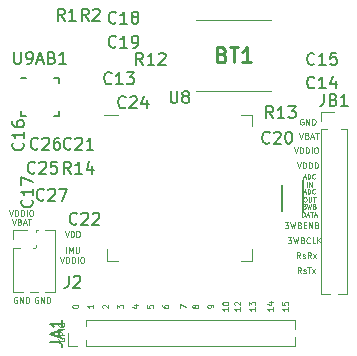
<source format=gto>
%TF.GenerationSoftware,KiCad,Pcbnew,(5.1.6)-1*%
%TF.CreationDate,2021-01-23T06:31:54-08:00*%
%TF.ProjectId,scum3c-devboard,7363756d-3363-42d6-9465-76626f617264,rev?*%
%TF.SameCoordinates,Original*%
%TF.FileFunction,Legend,Top*%
%TF.FilePolarity,Positive*%
%FSLAX46Y46*%
G04 Gerber Fmt 4.6, Leading zero omitted, Abs format (unit mm)*
G04 Created by KiCad (PCBNEW (5.1.6)-1) date 2021-01-23 06:31:54*
%MOMM*%
%LPD*%
G01*
G04 APERTURE LIST*
%ADD10C,0.100000*%
%ADD11C,0.080000*%
%ADD12C,0.150000*%
%ADD13C,0.120000*%
%ADD14C,0.200000*%
%ADD15C,0.254000*%
G04 APERTURE END LIST*
D10*
X90445047Y-102466000D02*
X90397428Y-102442190D01*
X90326000Y-102442190D01*
X90254571Y-102466000D01*
X90206952Y-102513619D01*
X90183142Y-102561238D01*
X90159333Y-102656476D01*
X90159333Y-102727904D01*
X90183142Y-102823142D01*
X90206952Y-102870761D01*
X90254571Y-102918380D01*
X90326000Y-102942190D01*
X90373619Y-102942190D01*
X90445047Y-102918380D01*
X90468857Y-102894571D01*
X90468857Y-102727904D01*
X90373619Y-102727904D01*
X90683142Y-102942190D02*
X90683142Y-102442190D01*
X90968857Y-102942190D01*
X90968857Y-102442190D01*
X91206952Y-102942190D02*
X91206952Y-102442190D01*
X91326000Y-102442190D01*
X91397428Y-102466000D01*
X91445047Y-102513619D01*
X91468857Y-102561238D01*
X91492666Y-102656476D01*
X91492666Y-102727904D01*
X91468857Y-102823142D01*
X91445047Y-102870761D01*
X91397428Y-102918380D01*
X91326000Y-102942190D01*
X91206952Y-102942190D01*
X88667047Y-102466000D02*
X88619428Y-102442190D01*
X88548000Y-102442190D01*
X88476571Y-102466000D01*
X88428952Y-102513619D01*
X88405142Y-102561238D01*
X88381333Y-102656476D01*
X88381333Y-102727904D01*
X88405142Y-102823142D01*
X88428952Y-102870761D01*
X88476571Y-102918380D01*
X88548000Y-102942190D01*
X88595619Y-102942190D01*
X88667047Y-102918380D01*
X88690857Y-102894571D01*
X88690857Y-102727904D01*
X88595619Y-102727904D01*
X88905142Y-102942190D02*
X88905142Y-102442190D01*
X89190857Y-102942190D01*
X89190857Y-102442190D01*
X89428952Y-102942190D02*
X89428952Y-102442190D01*
X89548000Y-102442190D01*
X89619428Y-102466000D01*
X89667047Y-102513619D01*
X89690857Y-102561238D01*
X89714666Y-102656476D01*
X89714666Y-102727904D01*
X89690857Y-102823142D01*
X89667047Y-102870761D01*
X89619428Y-102918380D01*
X89548000Y-102942190D01*
X89428952Y-102942190D01*
X88226571Y-95838190D02*
X88393238Y-96338190D01*
X88559904Y-95838190D01*
X88893238Y-96076285D02*
X88964666Y-96100095D01*
X88988476Y-96123904D01*
X89012285Y-96171523D01*
X89012285Y-96242952D01*
X88988476Y-96290571D01*
X88964666Y-96314380D01*
X88917047Y-96338190D01*
X88726571Y-96338190D01*
X88726571Y-95838190D01*
X88893238Y-95838190D01*
X88940857Y-95862000D01*
X88964666Y-95885809D01*
X88988476Y-95933428D01*
X88988476Y-95981047D01*
X88964666Y-96028666D01*
X88940857Y-96052476D01*
X88893238Y-96076285D01*
X88726571Y-96076285D01*
X89202761Y-96195333D02*
X89440857Y-96195333D01*
X89155142Y-96338190D02*
X89321809Y-95838190D01*
X89488476Y-96338190D01*
X89583714Y-95838190D02*
X89869428Y-95838190D01*
X89726571Y-96338190D02*
X89726571Y-95838190D01*
X88000380Y-95076190D02*
X88167047Y-95576190D01*
X88333714Y-95076190D01*
X88500380Y-95576190D02*
X88500380Y-95076190D01*
X88619428Y-95076190D01*
X88690857Y-95100000D01*
X88738476Y-95147619D01*
X88762285Y-95195238D01*
X88786095Y-95290476D01*
X88786095Y-95361904D01*
X88762285Y-95457142D01*
X88738476Y-95504761D01*
X88690857Y-95552380D01*
X88619428Y-95576190D01*
X88500380Y-95576190D01*
X89000380Y-95576190D02*
X89000380Y-95076190D01*
X89119428Y-95076190D01*
X89190857Y-95100000D01*
X89238476Y-95147619D01*
X89262285Y-95195238D01*
X89286095Y-95290476D01*
X89286095Y-95361904D01*
X89262285Y-95457142D01*
X89238476Y-95504761D01*
X89190857Y-95552380D01*
X89119428Y-95576190D01*
X89000380Y-95576190D01*
X89500380Y-95576190D02*
X89500380Y-95076190D01*
X89833714Y-95076190D02*
X89928952Y-95076190D01*
X89976571Y-95100000D01*
X90024190Y-95147619D01*
X90048000Y-95242857D01*
X90048000Y-95409523D01*
X90024190Y-95504761D01*
X89976571Y-95552380D01*
X89928952Y-95576190D01*
X89833714Y-95576190D01*
X89786095Y-95552380D01*
X89738476Y-95504761D01*
X89714666Y-95409523D01*
X89714666Y-95242857D01*
X89738476Y-95147619D01*
X89786095Y-95100000D01*
X89833714Y-95076190D01*
X92818380Y-98707190D02*
X92818380Y-98207190D01*
X93056476Y-98707190D02*
X93056476Y-98207190D01*
X93223142Y-98564333D01*
X93389809Y-98207190D01*
X93389809Y-98707190D01*
X93627904Y-98207190D02*
X93627904Y-98611952D01*
X93651714Y-98659571D01*
X93675523Y-98683380D01*
X93723142Y-98707190D01*
X93818380Y-98707190D01*
X93866000Y-98683380D01*
X93889809Y-98659571D01*
X93913619Y-98611952D01*
X93913619Y-98207190D01*
X92318380Y-99057190D02*
X92485047Y-99557190D01*
X92651714Y-99057190D01*
X92818380Y-99557190D02*
X92818380Y-99057190D01*
X92937428Y-99057190D01*
X93008857Y-99081000D01*
X93056476Y-99128619D01*
X93080285Y-99176238D01*
X93104095Y-99271476D01*
X93104095Y-99342904D01*
X93080285Y-99438142D01*
X93056476Y-99485761D01*
X93008857Y-99533380D01*
X92937428Y-99557190D01*
X92818380Y-99557190D01*
X93318380Y-99557190D02*
X93318380Y-99057190D01*
X93437428Y-99057190D01*
X93508857Y-99081000D01*
X93556476Y-99128619D01*
X93580285Y-99176238D01*
X93604095Y-99271476D01*
X93604095Y-99342904D01*
X93580285Y-99438142D01*
X93556476Y-99485761D01*
X93508857Y-99533380D01*
X93437428Y-99557190D01*
X93318380Y-99557190D01*
X93818380Y-99557190D02*
X93818380Y-99057190D01*
X94151714Y-99057190D02*
X94246952Y-99057190D01*
X94294571Y-99081000D01*
X94342190Y-99128619D01*
X94366000Y-99223857D01*
X94366000Y-99390523D01*
X94342190Y-99485761D01*
X94294571Y-99533380D01*
X94246952Y-99557190D01*
X94151714Y-99557190D01*
X94104095Y-99533380D01*
X94056476Y-99485761D01*
X94032666Y-99390523D01*
X94032666Y-99223857D01*
X94056476Y-99128619D01*
X94104095Y-99081000D01*
X94151714Y-99057190D01*
X92699333Y-96854190D02*
X92866000Y-97354190D01*
X93032666Y-96854190D01*
X93199333Y-97354190D02*
X93199333Y-96854190D01*
X93318380Y-96854190D01*
X93389809Y-96878000D01*
X93437428Y-96925619D01*
X93461238Y-96973238D01*
X93485047Y-97068476D01*
X93485047Y-97139904D01*
X93461238Y-97235142D01*
X93437428Y-97282761D01*
X93389809Y-97330380D01*
X93318380Y-97354190D01*
X93199333Y-97354190D01*
X93699333Y-97354190D02*
X93699333Y-96854190D01*
X93818380Y-96854190D01*
X93889809Y-96878000D01*
X93937428Y-96925619D01*
X93961238Y-96973238D01*
X93985047Y-97068476D01*
X93985047Y-97139904D01*
X93961238Y-97235142D01*
X93937428Y-97282761D01*
X93889809Y-97330380D01*
X93818380Y-97354190D01*
X93699333Y-97354190D01*
X111626190Y-103319238D02*
X111626190Y-103604952D01*
X111626190Y-103462095D02*
X111126190Y-103462095D01*
X111197619Y-103509714D01*
X111245238Y-103557333D01*
X111269047Y-103604952D01*
X111126190Y-102866857D02*
X111126190Y-103104952D01*
X111364285Y-103128761D01*
X111340476Y-103104952D01*
X111316666Y-103057333D01*
X111316666Y-102938285D01*
X111340476Y-102890666D01*
X111364285Y-102866857D01*
X111411904Y-102843047D01*
X111530952Y-102843047D01*
X111578571Y-102866857D01*
X111602380Y-102890666D01*
X111626190Y-102938285D01*
X111626190Y-103057333D01*
X111602380Y-103104952D01*
X111578571Y-103128761D01*
X110356190Y-103319238D02*
X110356190Y-103604952D01*
X110356190Y-103462095D02*
X109856190Y-103462095D01*
X109927619Y-103509714D01*
X109975238Y-103557333D01*
X109999047Y-103604952D01*
X110022857Y-102890666D02*
X110356190Y-102890666D01*
X109832380Y-103009714D02*
X110189523Y-103128761D01*
X110189523Y-102819238D01*
X108832190Y-103319238D02*
X108832190Y-103604952D01*
X108832190Y-103462095D02*
X108332190Y-103462095D01*
X108403619Y-103509714D01*
X108451238Y-103557333D01*
X108475047Y-103604952D01*
X108332190Y-103152571D02*
X108332190Y-102843047D01*
X108522666Y-103009714D01*
X108522666Y-102938285D01*
X108546476Y-102890666D01*
X108570285Y-102866857D01*
X108617904Y-102843047D01*
X108736952Y-102843047D01*
X108784571Y-102866857D01*
X108808380Y-102890666D01*
X108832190Y-102938285D01*
X108832190Y-103081142D01*
X108808380Y-103128761D01*
X108784571Y-103152571D01*
X107562190Y-103319238D02*
X107562190Y-103604952D01*
X107562190Y-103462095D02*
X107062190Y-103462095D01*
X107133619Y-103509714D01*
X107181238Y-103557333D01*
X107205047Y-103604952D01*
X107109809Y-103128761D02*
X107086000Y-103104952D01*
X107062190Y-103057333D01*
X107062190Y-102938285D01*
X107086000Y-102890666D01*
X107109809Y-102866857D01*
X107157428Y-102843047D01*
X107205047Y-102843047D01*
X107276476Y-102866857D01*
X107562190Y-103152571D01*
X107562190Y-102843047D01*
X112716523Y-100429190D02*
X112549857Y-100191095D01*
X112430809Y-100429190D02*
X112430809Y-99929190D01*
X112621285Y-99929190D01*
X112668904Y-99953000D01*
X112692714Y-99976809D01*
X112716523Y-100024428D01*
X112716523Y-100095857D01*
X112692714Y-100143476D01*
X112668904Y-100167285D01*
X112621285Y-100191095D01*
X112430809Y-100191095D01*
X112907000Y-100405380D02*
X112954619Y-100429190D01*
X113049857Y-100429190D01*
X113097476Y-100405380D01*
X113121285Y-100357761D01*
X113121285Y-100333952D01*
X113097476Y-100286333D01*
X113049857Y-100262523D01*
X112978428Y-100262523D01*
X112930809Y-100238714D01*
X112907000Y-100191095D01*
X112907000Y-100167285D01*
X112930809Y-100119666D01*
X112978428Y-100095857D01*
X113049857Y-100095857D01*
X113097476Y-100119666D01*
X113264142Y-99929190D02*
X113549857Y-99929190D01*
X113407000Y-100429190D02*
X113407000Y-99929190D01*
X113668904Y-100429190D02*
X113930809Y-100095857D01*
X113668904Y-100095857D02*
X113930809Y-100429190D01*
X112657000Y-99159190D02*
X112490333Y-98921095D01*
X112371285Y-99159190D02*
X112371285Y-98659190D01*
X112561761Y-98659190D01*
X112609380Y-98683000D01*
X112633190Y-98706809D01*
X112657000Y-98754428D01*
X112657000Y-98825857D01*
X112633190Y-98873476D01*
X112609380Y-98897285D01*
X112561761Y-98921095D01*
X112371285Y-98921095D01*
X112847476Y-99135380D02*
X112895095Y-99159190D01*
X112990333Y-99159190D01*
X113037952Y-99135380D01*
X113061761Y-99087761D01*
X113061761Y-99063952D01*
X113037952Y-99016333D01*
X112990333Y-98992523D01*
X112918904Y-98992523D01*
X112871285Y-98968714D01*
X112847476Y-98921095D01*
X112847476Y-98897285D01*
X112871285Y-98849666D01*
X112918904Y-98825857D01*
X112990333Y-98825857D01*
X113037952Y-98849666D01*
X113561761Y-99159190D02*
X113395095Y-98921095D01*
X113276047Y-99159190D02*
X113276047Y-98659190D01*
X113466523Y-98659190D01*
X113514142Y-98683000D01*
X113537952Y-98706809D01*
X113561761Y-98754428D01*
X113561761Y-98825857D01*
X113537952Y-98873476D01*
X113514142Y-98897285D01*
X113466523Y-98921095D01*
X113276047Y-98921095D01*
X113728428Y-99159190D02*
X113990333Y-98825857D01*
X113728428Y-98825857D02*
X113990333Y-99159190D01*
X111595238Y-97389190D02*
X111904761Y-97389190D01*
X111738095Y-97579666D01*
X111809523Y-97579666D01*
X111857142Y-97603476D01*
X111880952Y-97627285D01*
X111904761Y-97674904D01*
X111904761Y-97793952D01*
X111880952Y-97841571D01*
X111857142Y-97865380D01*
X111809523Y-97889190D01*
X111666666Y-97889190D01*
X111619047Y-97865380D01*
X111595238Y-97841571D01*
X112071428Y-97389190D02*
X112190476Y-97889190D01*
X112285714Y-97532047D01*
X112380952Y-97889190D01*
X112500000Y-97389190D01*
X112857142Y-97627285D02*
X112928571Y-97651095D01*
X112952380Y-97674904D01*
X112976190Y-97722523D01*
X112976190Y-97793952D01*
X112952380Y-97841571D01*
X112928571Y-97865380D01*
X112880952Y-97889190D01*
X112690476Y-97889190D01*
X112690476Y-97389190D01*
X112857142Y-97389190D01*
X112904761Y-97413000D01*
X112928571Y-97436809D01*
X112952380Y-97484428D01*
X112952380Y-97532047D01*
X112928571Y-97579666D01*
X112904761Y-97603476D01*
X112857142Y-97627285D01*
X112690476Y-97627285D01*
X113476190Y-97841571D02*
X113452380Y-97865380D01*
X113380952Y-97889190D01*
X113333333Y-97889190D01*
X113261904Y-97865380D01*
X113214285Y-97817761D01*
X113190476Y-97770142D01*
X113166666Y-97674904D01*
X113166666Y-97603476D01*
X113190476Y-97508238D01*
X113214285Y-97460619D01*
X113261904Y-97413000D01*
X113333333Y-97389190D01*
X113380952Y-97389190D01*
X113452380Y-97413000D01*
X113476190Y-97436809D01*
X113928571Y-97889190D02*
X113690476Y-97889190D01*
X113690476Y-97389190D01*
X114095238Y-97889190D02*
X114095238Y-97389190D01*
X114380952Y-97889190D02*
X114166666Y-97603476D01*
X114380952Y-97389190D02*
X114095238Y-97674904D01*
X111335523Y-96119190D02*
X111645047Y-96119190D01*
X111478380Y-96309666D01*
X111549809Y-96309666D01*
X111597428Y-96333476D01*
X111621238Y-96357285D01*
X111645047Y-96404904D01*
X111645047Y-96523952D01*
X111621238Y-96571571D01*
X111597428Y-96595380D01*
X111549809Y-96619190D01*
X111406952Y-96619190D01*
X111359333Y-96595380D01*
X111335523Y-96571571D01*
X111811714Y-96119190D02*
X111930761Y-96619190D01*
X112026000Y-96262047D01*
X112121238Y-96619190D01*
X112240285Y-96119190D01*
X112597428Y-96357285D02*
X112668857Y-96381095D01*
X112692666Y-96404904D01*
X112716476Y-96452523D01*
X112716476Y-96523952D01*
X112692666Y-96571571D01*
X112668857Y-96595380D01*
X112621238Y-96619190D01*
X112430761Y-96619190D01*
X112430761Y-96119190D01*
X112597428Y-96119190D01*
X112645047Y-96143000D01*
X112668857Y-96166809D01*
X112692666Y-96214428D01*
X112692666Y-96262047D01*
X112668857Y-96309666D01*
X112645047Y-96333476D01*
X112597428Y-96357285D01*
X112430761Y-96357285D01*
X112930761Y-96357285D02*
X113097428Y-96357285D01*
X113168857Y-96619190D02*
X112930761Y-96619190D01*
X112930761Y-96119190D01*
X113168857Y-96119190D01*
X113383142Y-96619190D02*
X113383142Y-96119190D01*
X113668857Y-96619190D01*
X113668857Y-96119190D01*
X114073619Y-96357285D02*
X114145047Y-96381095D01*
X114168857Y-96404904D01*
X114192666Y-96452523D01*
X114192666Y-96523952D01*
X114168857Y-96571571D01*
X114145047Y-96595380D01*
X114097428Y-96619190D01*
X113906952Y-96619190D01*
X113906952Y-96119190D01*
X114073619Y-96119190D01*
X114121238Y-96143000D01*
X114145047Y-96166809D01*
X114168857Y-96214428D01*
X114168857Y-96262047D01*
X114145047Y-96309666D01*
X114121238Y-96333476D01*
X114073619Y-96357285D01*
X113906952Y-96357285D01*
D11*
X112849095Y-94563952D02*
X113096714Y-94563952D01*
X112963380Y-94716333D01*
X113020523Y-94716333D01*
X113058619Y-94735380D01*
X113077666Y-94754428D01*
X113096714Y-94792523D01*
X113096714Y-94887761D01*
X113077666Y-94925857D01*
X113058619Y-94944904D01*
X113020523Y-94963952D01*
X112906238Y-94963952D01*
X112868142Y-94944904D01*
X112849095Y-94925857D01*
X113230047Y-94563952D02*
X113325285Y-94963952D01*
X113401476Y-94678238D01*
X113477666Y-94963952D01*
X113572904Y-94563952D01*
X113858619Y-94754428D02*
X113915761Y-94773476D01*
X113934809Y-94792523D01*
X113953857Y-94830619D01*
X113953857Y-94887761D01*
X113934809Y-94925857D01*
X113915761Y-94944904D01*
X113877666Y-94963952D01*
X113725285Y-94963952D01*
X113725285Y-94563952D01*
X113858619Y-94563952D01*
X113896714Y-94583000D01*
X113915761Y-94602047D01*
X113934809Y-94640142D01*
X113934809Y-94678238D01*
X113915761Y-94716333D01*
X113896714Y-94735380D01*
X113858619Y-94754428D01*
X113725285Y-94754428D01*
X112811000Y-95643952D02*
X112811000Y-95243952D01*
X112906238Y-95243952D01*
X112963380Y-95263000D01*
X113001476Y-95301095D01*
X113020523Y-95339190D01*
X113039571Y-95415380D01*
X113039571Y-95472523D01*
X113020523Y-95548714D01*
X113001476Y-95586809D01*
X112963380Y-95624904D01*
X112906238Y-95643952D01*
X112811000Y-95643952D01*
X113191952Y-95529666D02*
X113382428Y-95529666D01*
X113153857Y-95643952D02*
X113287190Y-95243952D01*
X113420523Y-95643952D01*
X113496714Y-95243952D02*
X113725285Y-95243952D01*
X113611000Y-95643952D02*
X113611000Y-95243952D01*
X113839571Y-95529666D02*
X114030047Y-95529666D01*
X113801476Y-95643952D02*
X113934809Y-95243952D01*
X114068142Y-95643952D01*
X112915761Y-93579666D02*
X113106238Y-93579666D01*
X112877666Y-93693952D02*
X113011000Y-93293952D01*
X113144333Y-93693952D01*
X113277666Y-93693952D02*
X113277666Y-93293952D01*
X113372904Y-93293952D01*
X113430047Y-93313000D01*
X113468142Y-93351095D01*
X113487190Y-93389190D01*
X113506238Y-93465380D01*
X113506238Y-93522523D01*
X113487190Y-93598714D01*
X113468142Y-93636809D01*
X113430047Y-93674904D01*
X113372904Y-93693952D01*
X113277666Y-93693952D01*
X113906238Y-93655857D02*
X113887190Y-93674904D01*
X113830047Y-93693952D01*
X113791952Y-93693952D01*
X113734809Y-93674904D01*
X113696714Y-93636809D01*
X113677666Y-93598714D01*
X113658619Y-93522523D01*
X113658619Y-93465380D01*
X113677666Y-93389190D01*
X113696714Y-93351095D01*
X113734809Y-93313000D01*
X113791952Y-93293952D01*
X113830047Y-93293952D01*
X113887190Y-93313000D01*
X113906238Y-93332047D01*
X113011000Y-93973952D02*
X113087190Y-93973952D01*
X113125285Y-93993000D01*
X113163380Y-94031095D01*
X113182428Y-94107285D01*
X113182428Y-94240619D01*
X113163380Y-94316809D01*
X113125285Y-94354904D01*
X113087190Y-94373952D01*
X113011000Y-94373952D01*
X112972904Y-94354904D01*
X112934809Y-94316809D01*
X112915761Y-94240619D01*
X112915761Y-94107285D01*
X112934809Y-94031095D01*
X112972904Y-93993000D01*
X113011000Y-93973952D01*
X113353857Y-93973952D02*
X113353857Y-94297761D01*
X113372904Y-94335857D01*
X113391952Y-94354904D01*
X113430047Y-94373952D01*
X113506238Y-94373952D01*
X113544333Y-94354904D01*
X113563380Y-94335857D01*
X113582428Y-94297761D01*
X113582428Y-93973952D01*
X113715761Y-93973952D02*
X113944333Y-93973952D01*
X113830047Y-94373952D02*
X113830047Y-93973952D01*
X112915761Y-92309666D02*
X113106238Y-92309666D01*
X112877666Y-92423952D02*
X113011000Y-92023952D01*
X113144333Y-92423952D01*
X113277666Y-92423952D02*
X113277666Y-92023952D01*
X113372904Y-92023952D01*
X113430047Y-92043000D01*
X113468142Y-92081095D01*
X113487190Y-92119190D01*
X113506238Y-92195380D01*
X113506238Y-92252523D01*
X113487190Y-92328714D01*
X113468142Y-92366809D01*
X113430047Y-92404904D01*
X113372904Y-92423952D01*
X113277666Y-92423952D01*
X113906238Y-92385857D02*
X113887190Y-92404904D01*
X113830047Y-92423952D01*
X113791952Y-92423952D01*
X113734809Y-92404904D01*
X113696714Y-92366809D01*
X113677666Y-92328714D01*
X113658619Y-92252523D01*
X113658619Y-92195380D01*
X113677666Y-92119190D01*
X113696714Y-92081095D01*
X113734809Y-92043000D01*
X113791952Y-92023952D01*
X113830047Y-92023952D01*
X113887190Y-92043000D01*
X113906238Y-92062047D01*
X113201476Y-93103952D02*
X113201476Y-92703952D01*
X113391952Y-93103952D02*
X113391952Y-92703952D01*
X113620523Y-93103952D01*
X113620523Y-92703952D01*
D10*
X112367333Y-91039190D02*
X112534000Y-91539190D01*
X112700666Y-91039190D01*
X112867333Y-91539190D02*
X112867333Y-91039190D01*
X112986380Y-91039190D01*
X113057809Y-91063000D01*
X113105428Y-91110619D01*
X113129238Y-91158238D01*
X113153047Y-91253476D01*
X113153047Y-91324904D01*
X113129238Y-91420142D01*
X113105428Y-91467761D01*
X113057809Y-91515380D01*
X112986380Y-91539190D01*
X112867333Y-91539190D01*
X113367333Y-91539190D02*
X113367333Y-91039190D01*
X113486380Y-91039190D01*
X113557809Y-91063000D01*
X113605428Y-91110619D01*
X113629238Y-91158238D01*
X113653047Y-91253476D01*
X113653047Y-91324904D01*
X113629238Y-91420142D01*
X113605428Y-91467761D01*
X113557809Y-91515380D01*
X113486380Y-91539190D01*
X113367333Y-91539190D01*
X113867333Y-91539190D02*
X113867333Y-91039190D01*
X113986380Y-91039190D01*
X114057809Y-91063000D01*
X114105428Y-91110619D01*
X114129238Y-91158238D01*
X114153047Y-91253476D01*
X114153047Y-91324904D01*
X114129238Y-91420142D01*
X114105428Y-91467761D01*
X114057809Y-91515380D01*
X113986380Y-91539190D01*
X113867333Y-91539190D01*
X112109380Y-89769190D02*
X112276047Y-90269190D01*
X112442714Y-89769190D01*
X112609380Y-90269190D02*
X112609380Y-89769190D01*
X112728428Y-89769190D01*
X112799857Y-89793000D01*
X112847476Y-89840619D01*
X112871285Y-89888238D01*
X112895095Y-89983476D01*
X112895095Y-90054904D01*
X112871285Y-90150142D01*
X112847476Y-90197761D01*
X112799857Y-90245380D01*
X112728428Y-90269190D01*
X112609380Y-90269190D01*
X113109380Y-90269190D02*
X113109380Y-89769190D01*
X113228428Y-89769190D01*
X113299857Y-89793000D01*
X113347476Y-89840619D01*
X113371285Y-89888238D01*
X113395095Y-89983476D01*
X113395095Y-90054904D01*
X113371285Y-90150142D01*
X113347476Y-90197761D01*
X113299857Y-90245380D01*
X113228428Y-90269190D01*
X113109380Y-90269190D01*
X113609380Y-90269190D02*
X113609380Y-89769190D01*
X113942714Y-89769190D02*
X114037952Y-89769190D01*
X114085571Y-89793000D01*
X114133190Y-89840619D01*
X114157000Y-89935857D01*
X114157000Y-90102523D01*
X114133190Y-90197761D01*
X114085571Y-90245380D01*
X114037952Y-90269190D01*
X113942714Y-90269190D01*
X113895095Y-90245380D01*
X113847476Y-90197761D01*
X113823666Y-90102523D01*
X113823666Y-89935857D01*
X113847476Y-89840619D01*
X113895095Y-89793000D01*
X113942714Y-89769190D01*
X112578571Y-88526190D02*
X112745238Y-89026190D01*
X112911904Y-88526190D01*
X113245238Y-88764285D02*
X113316666Y-88788095D01*
X113340476Y-88811904D01*
X113364285Y-88859523D01*
X113364285Y-88930952D01*
X113340476Y-88978571D01*
X113316666Y-89002380D01*
X113269047Y-89026190D01*
X113078571Y-89026190D01*
X113078571Y-88526190D01*
X113245238Y-88526190D01*
X113292857Y-88550000D01*
X113316666Y-88573809D01*
X113340476Y-88621428D01*
X113340476Y-88669047D01*
X113316666Y-88716666D01*
X113292857Y-88740476D01*
X113245238Y-88764285D01*
X113078571Y-88764285D01*
X113554761Y-88883333D02*
X113792857Y-88883333D01*
X113507142Y-89026190D02*
X113673809Y-88526190D01*
X113840476Y-89026190D01*
X113935714Y-88526190D02*
X114221428Y-88526190D01*
X114078571Y-89026190D02*
X114078571Y-88526190D01*
X112903047Y-87380000D02*
X112855428Y-87356190D01*
X112784000Y-87356190D01*
X112712571Y-87380000D01*
X112664952Y-87427619D01*
X112641142Y-87475238D01*
X112617333Y-87570476D01*
X112617333Y-87641904D01*
X112641142Y-87737142D01*
X112664952Y-87784761D01*
X112712571Y-87832380D01*
X112784000Y-87856190D01*
X112831619Y-87856190D01*
X112903047Y-87832380D01*
X112926857Y-87808571D01*
X112926857Y-87641904D01*
X112831619Y-87641904D01*
X113141142Y-87856190D02*
X113141142Y-87356190D01*
X113426857Y-87856190D01*
X113426857Y-87356190D01*
X113664952Y-87856190D02*
X113664952Y-87356190D01*
X113784000Y-87356190D01*
X113855428Y-87380000D01*
X113903047Y-87427619D01*
X113926857Y-87475238D01*
X113950666Y-87570476D01*
X113950666Y-87641904D01*
X113926857Y-87737142D01*
X113903047Y-87784761D01*
X113855428Y-87832380D01*
X113784000Y-87856190D01*
X113664952Y-87856190D01*
X106546190Y-103319238D02*
X106546190Y-103604952D01*
X106546190Y-103462095D02*
X106046190Y-103462095D01*
X106117619Y-103509714D01*
X106165238Y-103557333D01*
X106189047Y-103604952D01*
X106046190Y-103009714D02*
X106046190Y-102962095D01*
X106070000Y-102914476D01*
X106093809Y-102890666D01*
X106141428Y-102866857D01*
X106236666Y-102843047D01*
X106355714Y-102843047D01*
X106450952Y-102866857D01*
X106498571Y-102890666D01*
X106522380Y-102914476D01*
X106546190Y-102962095D01*
X106546190Y-103009714D01*
X106522380Y-103057333D01*
X106498571Y-103081142D01*
X106450952Y-103104952D01*
X106355714Y-103128761D01*
X106236666Y-103128761D01*
X106141428Y-103104952D01*
X106093809Y-103081142D01*
X106070000Y-103057333D01*
X106046190Y-103009714D01*
X105276190Y-103319238D02*
X105276190Y-103224000D01*
X105252380Y-103176380D01*
X105228571Y-103152571D01*
X105157142Y-103104952D01*
X105061904Y-103081142D01*
X104871428Y-103081142D01*
X104823809Y-103104952D01*
X104800000Y-103128761D01*
X104776190Y-103176380D01*
X104776190Y-103271619D01*
X104800000Y-103319238D01*
X104823809Y-103343047D01*
X104871428Y-103366857D01*
X104990476Y-103366857D01*
X105038095Y-103343047D01*
X105061904Y-103319238D01*
X105085714Y-103271619D01*
X105085714Y-103176380D01*
X105061904Y-103128761D01*
X105038095Y-103104952D01*
X104990476Y-103081142D01*
X103720476Y-103271619D02*
X103696666Y-103319238D01*
X103672857Y-103343047D01*
X103625238Y-103366857D01*
X103601428Y-103366857D01*
X103553809Y-103343047D01*
X103530000Y-103319238D01*
X103506190Y-103271619D01*
X103506190Y-103176380D01*
X103530000Y-103128761D01*
X103553809Y-103104952D01*
X103601428Y-103081142D01*
X103625238Y-103081142D01*
X103672857Y-103104952D01*
X103696666Y-103128761D01*
X103720476Y-103176380D01*
X103720476Y-103271619D01*
X103744285Y-103319238D01*
X103768095Y-103343047D01*
X103815714Y-103366857D01*
X103910952Y-103366857D01*
X103958571Y-103343047D01*
X103982380Y-103319238D01*
X104006190Y-103271619D01*
X104006190Y-103176380D01*
X103982380Y-103128761D01*
X103958571Y-103104952D01*
X103910952Y-103081142D01*
X103815714Y-103081142D01*
X103768095Y-103104952D01*
X103744285Y-103128761D01*
X103720476Y-103176380D01*
X102490190Y-103390666D02*
X102490190Y-103057333D01*
X102990190Y-103271619D01*
X100966190Y-103128761D02*
X100966190Y-103224000D01*
X100990000Y-103271619D01*
X101013809Y-103295428D01*
X101085238Y-103343047D01*
X101180476Y-103366857D01*
X101370952Y-103366857D01*
X101418571Y-103343047D01*
X101442380Y-103319238D01*
X101466190Y-103271619D01*
X101466190Y-103176380D01*
X101442380Y-103128761D01*
X101418571Y-103104952D01*
X101370952Y-103081142D01*
X101251904Y-103081142D01*
X101204285Y-103104952D01*
X101180476Y-103128761D01*
X101156666Y-103176380D01*
X101156666Y-103271619D01*
X101180476Y-103319238D01*
X101204285Y-103343047D01*
X101251904Y-103366857D01*
X99696190Y-103104952D02*
X99696190Y-103343047D01*
X99934285Y-103366857D01*
X99910476Y-103343047D01*
X99886666Y-103295428D01*
X99886666Y-103176380D01*
X99910476Y-103128761D01*
X99934285Y-103104952D01*
X99981904Y-103081142D01*
X100100952Y-103081142D01*
X100148571Y-103104952D01*
X100172380Y-103128761D01*
X100196190Y-103176380D01*
X100196190Y-103295428D01*
X100172380Y-103343047D01*
X100148571Y-103366857D01*
X98592857Y-103128761D02*
X98926190Y-103128761D01*
X98402380Y-103247809D02*
X98759523Y-103366857D01*
X98759523Y-103057333D01*
X97156190Y-103390666D02*
X97156190Y-103081142D01*
X97346666Y-103247809D01*
X97346666Y-103176380D01*
X97370476Y-103128761D01*
X97394285Y-103104952D01*
X97441904Y-103081142D01*
X97560952Y-103081142D01*
X97608571Y-103104952D01*
X97632380Y-103128761D01*
X97656190Y-103176380D01*
X97656190Y-103319238D01*
X97632380Y-103366857D01*
X97608571Y-103390666D01*
X95933809Y-103366857D02*
X95910000Y-103343047D01*
X95886190Y-103295428D01*
X95886190Y-103176380D01*
X95910000Y-103128761D01*
X95933809Y-103104952D01*
X95981428Y-103081142D01*
X96029047Y-103081142D01*
X96100476Y-103104952D01*
X96386190Y-103390666D01*
X96386190Y-103081142D01*
X95116190Y-103081142D02*
X95116190Y-103366857D01*
X95116190Y-103224000D02*
X94616190Y-103224000D01*
X94687619Y-103271619D01*
X94735238Y-103319238D01*
X94759047Y-103366857D01*
X93346190Y-103247809D02*
X93346190Y-103200190D01*
X93370000Y-103152571D01*
X93393809Y-103128761D01*
X93441428Y-103104952D01*
X93536666Y-103081142D01*
X93655714Y-103081142D01*
X93750952Y-103104952D01*
X93798571Y-103128761D01*
X93822380Y-103152571D01*
X93846190Y-103200190D01*
X93846190Y-103247809D01*
X93822380Y-103295428D01*
X93798571Y-103319238D01*
X93750952Y-103343047D01*
X93655714Y-103366857D01*
X93536666Y-103366857D01*
X93441428Y-103343047D01*
X93393809Y-103319238D01*
X93370000Y-103295428D01*
X93346190Y-103247809D01*
X92206000Y-105910000D02*
X92182190Y-105957619D01*
X92182190Y-106029047D01*
X92206000Y-106100476D01*
X92253619Y-106148095D01*
X92301238Y-106171904D01*
X92396476Y-106195714D01*
X92467904Y-106195714D01*
X92563142Y-106171904D01*
X92610761Y-106148095D01*
X92658380Y-106100476D01*
X92682190Y-106029047D01*
X92682190Y-105981428D01*
X92658380Y-105910000D01*
X92634571Y-105886190D01*
X92467904Y-105886190D01*
X92467904Y-105981428D01*
X92682190Y-105671904D02*
X92182190Y-105671904D01*
X92182190Y-105481428D01*
X92206000Y-105433809D01*
X92229809Y-105410000D01*
X92277428Y-105386190D01*
X92348857Y-105386190D01*
X92396476Y-105410000D01*
X92420285Y-105433809D01*
X92444095Y-105481428D01*
X92444095Y-105671904D01*
X92682190Y-105171904D02*
X92182190Y-105171904D01*
X92182190Y-104838571D02*
X92182190Y-104743333D01*
X92206000Y-104695714D01*
X92253619Y-104648095D01*
X92348857Y-104624285D01*
X92515523Y-104624285D01*
X92610761Y-104648095D01*
X92658380Y-104695714D01*
X92682190Y-104743333D01*
X92682190Y-104838571D01*
X92658380Y-104886190D01*
X92610761Y-104933809D01*
X92515523Y-104957619D01*
X92348857Y-104957619D01*
X92253619Y-104933809D01*
X92206000Y-104886190D01*
X92182190Y-104838571D01*
D12*
%TO.C,U9AB1*%
X89000000Y-83900000D02*
X89400000Y-83900000D01*
X92200000Y-83900000D02*
X91800000Y-83900000D01*
X92200000Y-83900000D02*
X92200000Y-84300000D01*
X92200000Y-87100000D02*
X91800000Y-87100000D01*
X92200000Y-87100000D02*
X92200000Y-86700000D01*
X89000000Y-87100000D02*
X89400000Y-87100000D01*
X89000000Y-87100000D02*
X89000000Y-86700000D01*
D13*
%TO.C,J2*%
X88370000Y-96740000D02*
X89500000Y-96740000D01*
X88370000Y-97500000D02*
X88370000Y-96740000D01*
X91077530Y-96805000D02*
X91900000Y-96805000D01*
X90260000Y-96805000D02*
X90462470Y-96805000D01*
X90260000Y-96936529D02*
X90260000Y-96805000D01*
X90260000Y-98206529D02*
X90260000Y-98063471D01*
X90063471Y-98260000D02*
X90206529Y-98260000D01*
X88370000Y-98260000D02*
X88936529Y-98260000D01*
X91900000Y-96805000D02*
X91900000Y-102005000D01*
X88370000Y-98260000D02*
X88370000Y-102005000D01*
X89807530Y-102005000D02*
X90462470Y-102005000D01*
X91077530Y-102005000D02*
X91900000Y-102005000D01*
X88370000Y-102005000D02*
X89192470Y-102005000D01*
%TO.C,JA1*%
X92970000Y-106610000D02*
X92970000Y-105500000D01*
X93730000Y-106610000D02*
X92970000Y-106610000D01*
X94490000Y-104936529D02*
X94490000Y-104390000D01*
X94490000Y-106610000D02*
X94490000Y-106063471D01*
X94490000Y-104390000D02*
X112205000Y-104390000D01*
X94490000Y-106610000D02*
X112205000Y-106610000D01*
X112205000Y-105192470D02*
X112205000Y-104390000D01*
X112205000Y-106610000D02*
X112205000Y-105807530D01*
%TO.C,JB1*%
X114390000Y-102165000D02*
X115192470Y-102165000D01*
X115807530Y-102165000D02*
X116610000Y-102165000D01*
X114390000Y-88260000D02*
X114390000Y-102165000D01*
X116610000Y-88260000D02*
X116610000Y-102165000D01*
X114390000Y-88260000D02*
X114936529Y-88260000D01*
X116063471Y-88260000D02*
X116610000Y-88260000D01*
X114390000Y-87500000D02*
X114390000Y-86740000D01*
X114390000Y-86740000D02*
X115500000Y-86740000D01*
%TO.C,U8*%
X97231250Y-87056250D02*
X96031250Y-87056250D01*
X96281250Y-99356250D02*
X96281250Y-98406250D01*
X97231250Y-99356250D02*
X96281250Y-99356250D01*
X108581250Y-99356250D02*
X108581250Y-98406250D01*
X107631250Y-99356250D02*
X108581250Y-99356250D01*
X108581250Y-87056250D02*
X108581250Y-88006250D01*
X107631250Y-87056250D02*
X108581250Y-87056250D01*
D14*
%TO.C,LED1*%
X112900000Y-95150000D02*
X112900000Y-92550000D01*
X111100000Y-92950000D02*
X111100000Y-95150000D01*
D10*
%TO.C,BT1*%
X110180000Y-79020000D02*
X103820000Y-79020000D01*
X103820000Y-84980000D02*
X110180000Y-84980000D01*
%TO.C,C25*%
D12*
X90183142Y-91897142D02*
X90135523Y-91944761D01*
X89992666Y-91992380D01*
X89897428Y-91992380D01*
X89754571Y-91944761D01*
X89659333Y-91849523D01*
X89611714Y-91754285D01*
X89564095Y-91563809D01*
X89564095Y-91420952D01*
X89611714Y-91230476D01*
X89659333Y-91135238D01*
X89754571Y-91040000D01*
X89897428Y-90992380D01*
X89992666Y-90992380D01*
X90135523Y-91040000D01*
X90183142Y-91087619D01*
X90564095Y-91087619D02*
X90611714Y-91040000D01*
X90706952Y-90992380D01*
X90945047Y-90992380D01*
X91040285Y-91040000D01*
X91087904Y-91087619D01*
X91135523Y-91182857D01*
X91135523Y-91278095D01*
X91087904Y-91420952D01*
X90516476Y-91992380D01*
X91135523Y-91992380D01*
X92040285Y-90992380D02*
X91564095Y-90992380D01*
X91516476Y-91468571D01*
X91564095Y-91420952D01*
X91659333Y-91373333D01*
X91897428Y-91373333D01*
X91992666Y-91420952D01*
X92040285Y-91468571D01*
X92087904Y-91563809D01*
X92087904Y-91801904D01*
X92040285Y-91897142D01*
X91992666Y-91944761D01*
X91897428Y-91992380D01*
X91659333Y-91992380D01*
X91564095Y-91944761D01*
X91516476Y-91897142D01*
%TO.C,C26*%
X90437142Y-89865142D02*
X90389523Y-89912761D01*
X90246666Y-89960380D01*
X90151428Y-89960380D01*
X90008571Y-89912761D01*
X89913333Y-89817523D01*
X89865714Y-89722285D01*
X89818095Y-89531809D01*
X89818095Y-89388952D01*
X89865714Y-89198476D01*
X89913333Y-89103238D01*
X90008571Y-89008000D01*
X90151428Y-88960380D01*
X90246666Y-88960380D01*
X90389523Y-89008000D01*
X90437142Y-89055619D01*
X90818095Y-89055619D02*
X90865714Y-89008000D01*
X90960952Y-88960380D01*
X91199047Y-88960380D01*
X91294285Y-89008000D01*
X91341904Y-89055619D01*
X91389523Y-89150857D01*
X91389523Y-89246095D01*
X91341904Y-89388952D01*
X90770476Y-89960380D01*
X91389523Y-89960380D01*
X92246666Y-88960380D02*
X92056190Y-88960380D01*
X91960952Y-89008000D01*
X91913333Y-89055619D01*
X91818095Y-89198476D01*
X91770476Y-89388952D01*
X91770476Y-89769904D01*
X91818095Y-89865142D01*
X91865714Y-89912761D01*
X91960952Y-89960380D01*
X92151428Y-89960380D01*
X92246666Y-89912761D01*
X92294285Y-89865142D01*
X92341904Y-89769904D01*
X92341904Y-89531809D01*
X92294285Y-89436571D01*
X92246666Y-89388952D01*
X92151428Y-89341333D01*
X91960952Y-89341333D01*
X91865714Y-89388952D01*
X91818095Y-89436571D01*
X91770476Y-89531809D01*
%TO.C,U9AB1*%
X88433333Y-81702380D02*
X88433333Y-82511904D01*
X88480952Y-82607142D01*
X88528571Y-82654761D01*
X88623809Y-82702380D01*
X88814285Y-82702380D01*
X88909523Y-82654761D01*
X88957142Y-82607142D01*
X89004761Y-82511904D01*
X89004761Y-81702380D01*
X89528571Y-82702380D02*
X89719047Y-82702380D01*
X89814285Y-82654761D01*
X89861904Y-82607142D01*
X89957142Y-82464285D01*
X90004761Y-82273809D01*
X90004761Y-81892857D01*
X89957142Y-81797619D01*
X89909523Y-81750000D01*
X89814285Y-81702380D01*
X89623809Y-81702380D01*
X89528571Y-81750000D01*
X89480952Y-81797619D01*
X89433333Y-81892857D01*
X89433333Y-82130952D01*
X89480952Y-82226190D01*
X89528571Y-82273809D01*
X89623809Y-82321428D01*
X89814285Y-82321428D01*
X89909523Y-82273809D01*
X89957142Y-82226190D01*
X90004761Y-82130952D01*
X90385714Y-82416666D02*
X90861904Y-82416666D01*
X90290476Y-82702380D02*
X90623809Y-81702380D01*
X90957142Y-82702380D01*
X91623809Y-82178571D02*
X91766666Y-82226190D01*
X91814285Y-82273809D01*
X91861904Y-82369047D01*
X91861904Y-82511904D01*
X91814285Y-82607142D01*
X91766666Y-82654761D01*
X91671428Y-82702380D01*
X91290476Y-82702380D01*
X91290476Y-81702380D01*
X91623809Y-81702380D01*
X91719047Y-81750000D01*
X91766666Y-81797619D01*
X91814285Y-81892857D01*
X91814285Y-81988095D01*
X91766666Y-82083333D01*
X91719047Y-82130952D01*
X91623809Y-82178571D01*
X91290476Y-82178571D01*
X92814285Y-82702380D02*
X92242857Y-82702380D01*
X92528571Y-82702380D02*
X92528571Y-81702380D01*
X92433333Y-81845238D01*
X92338095Y-81940476D01*
X92242857Y-81988095D01*
%TO.C,J2*%
X93032666Y-100644380D02*
X93032666Y-101358666D01*
X92985047Y-101501523D01*
X92889809Y-101596761D01*
X92746952Y-101644380D01*
X92651714Y-101644380D01*
X93461238Y-100739619D02*
X93508857Y-100692000D01*
X93604095Y-100644380D01*
X93842190Y-100644380D01*
X93937428Y-100692000D01*
X93985047Y-100739619D01*
X94032666Y-100834857D01*
X94032666Y-100930095D01*
X93985047Y-101072952D01*
X93413619Y-101644380D01*
X94032666Y-101644380D01*
%TO.C,JA1*%
X91487380Y-106261904D02*
X92201666Y-106261904D01*
X92344523Y-106309523D01*
X92439761Y-106404761D01*
X92487380Y-106547619D01*
X92487380Y-106642857D01*
X92201666Y-105833333D02*
X92201666Y-105357142D01*
X92487380Y-105928571D02*
X91487380Y-105595238D01*
X92487380Y-105261904D01*
X92487380Y-104404761D02*
X92487380Y-104976190D01*
X92487380Y-104690476D02*
X91487380Y-104690476D01*
X91630238Y-104785714D01*
X91725476Y-104880952D01*
X91773095Y-104976190D01*
%TO.C,C27*%
X90945142Y-94183142D02*
X90897523Y-94230761D01*
X90754666Y-94278380D01*
X90659428Y-94278380D01*
X90516571Y-94230761D01*
X90421333Y-94135523D01*
X90373714Y-94040285D01*
X90326095Y-93849809D01*
X90326095Y-93706952D01*
X90373714Y-93516476D01*
X90421333Y-93421238D01*
X90516571Y-93326000D01*
X90659428Y-93278380D01*
X90754666Y-93278380D01*
X90897523Y-93326000D01*
X90945142Y-93373619D01*
X91326095Y-93373619D02*
X91373714Y-93326000D01*
X91468952Y-93278380D01*
X91707047Y-93278380D01*
X91802285Y-93326000D01*
X91849904Y-93373619D01*
X91897523Y-93468857D01*
X91897523Y-93564095D01*
X91849904Y-93706952D01*
X91278476Y-94278380D01*
X91897523Y-94278380D01*
X92230857Y-93278380D02*
X92897523Y-93278380D01*
X92468952Y-94278380D01*
%TO.C,R2*%
X94723333Y-79038380D02*
X94390000Y-78562190D01*
X94151904Y-79038380D02*
X94151904Y-78038380D01*
X94532857Y-78038380D01*
X94628095Y-78086000D01*
X94675714Y-78133619D01*
X94723333Y-78228857D01*
X94723333Y-78371714D01*
X94675714Y-78466952D01*
X94628095Y-78514571D01*
X94532857Y-78562190D01*
X94151904Y-78562190D01*
X95104285Y-78133619D02*
X95151904Y-78086000D01*
X95247142Y-78038380D01*
X95485238Y-78038380D01*
X95580476Y-78086000D01*
X95628095Y-78133619D01*
X95675714Y-78228857D01*
X95675714Y-78324095D01*
X95628095Y-78466952D01*
X95056666Y-79038380D01*
X95675714Y-79038380D01*
%TO.C,R1*%
X92691333Y-79038380D02*
X92358000Y-78562190D01*
X92119904Y-79038380D02*
X92119904Y-78038380D01*
X92500857Y-78038380D01*
X92596095Y-78086000D01*
X92643714Y-78133619D01*
X92691333Y-78228857D01*
X92691333Y-78371714D01*
X92643714Y-78466952D01*
X92596095Y-78514571D01*
X92500857Y-78562190D01*
X92119904Y-78562190D01*
X93643714Y-79038380D02*
X93072285Y-79038380D01*
X93358000Y-79038380D02*
X93358000Y-78038380D01*
X93262761Y-78181238D01*
X93167523Y-78276476D01*
X93072285Y-78324095D01*
%TO.C,JB1*%
X114666666Y-85257380D02*
X114666666Y-85971666D01*
X114619047Y-86114523D01*
X114523809Y-86209761D01*
X114380952Y-86257380D01*
X114285714Y-86257380D01*
X115476190Y-85733571D02*
X115619047Y-85781190D01*
X115666666Y-85828809D01*
X115714285Y-85924047D01*
X115714285Y-86066904D01*
X115666666Y-86162142D01*
X115619047Y-86209761D01*
X115523809Y-86257380D01*
X115142857Y-86257380D01*
X115142857Y-85257380D01*
X115476190Y-85257380D01*
X115571428Y-85305000D01*
X115619047Y-85352619D01*
X115666666Y-85447857D01*
X115666666Y-85543095D01*
X115619047Y-85638333D01*
X115571428Y-85685952D01*
X115476190Y-85733571D01*
X115142857Y-85733571D01*
X116666666Y-86257380D02*
X116095238Y-86257380D01*
X116380952Y-86257380D02*
X116380952Y-85257380D01*
X116285714Y-85400238D01*
X116190476Y-85495476D01*
X116095238Y-85543095D01*
%TO.C,R13*%
X110357142Y-87282380D02*
X110023809Y-86806190D01*
X109785714Y-87282380D02*
X109785714Y-86282380D01*
X110166666Y-86282380D01*
X110261904Y-86330000D01*
X110309523Y-86377619D01*
X110357142Y-86472857D01*
X110357142Y-86615714D01*
X110309523Y-86710952D01*
X110261904Y-86758571D01*
X110166666Y-86806190D01*
X109785714Y-86806190D01*
X111309523Y-87282380D02*
X110738095Y-87282380D01*
X111023809Y-87282380D02*
X111023809Y-86282380D01*
X110928571Y-86425238D01*
X110833333Y-86520476D01*
X110738095Y-86568095D01*
X111642857Y-86282380D02*
X112261904Y-86282380D01*
X111928571Y-86663333D01*
X112071428Y-86663333D01*
X112166666Y-86710952D01*
X112214285Y-86758571D01*
X112261904Y-86853809D01*
X112261904Y-87091904D01*
X112214285Y-87187142D01*
X112166666Y-87234761D01*
X112071428Y-87282380D01*
X111785714Y-87282380D01*
X111690476Y-87234761D01*
X111642857Y-87187142D01*
%TO.C,C24*%
X97857142Y-86357142D02*
X97809523Y-86404761D01*
X97666666Y-86452380D01*
X97571428Y-86452380D01*
X97428571Y-86404761D01*
X97333333Y-86309523D01*
X97285714Y-86214285D01*
X97238095Y-86023809D01*
X97238095Y-85880952D01*
X97285714Y-85690476D01*
X97333333Y-85595238D01*
X97428571Y-85500000D01*
X97571428Y-85452380D01*
X97666666Y-85452380D01*
X97809523Y-85500000D01*
X97857142Y-85547619D01*
X98238095Y-85547619D02*
X98285714Y-85500000D01*
X98380952Y-85452380D01*
X98619047Y-85452380D01*
X98714285Y-85500000D01*
X98761904Y-85547619D01*
X98809523Y-85642857D01*
X98809523Y-85738095D01*
X98761904Y-85880952D01*
X98190476Y-86452380D01*
X98809523Y-86452380D01*
X99666666Y-85785714D02*
X99666666Y-86452380D01*
X99428571Y-85404761D02*
X99190476Y-86119047D01*
X99809523Y-86119047D01*
%TO.C,U8*%
X101669345Y-85008630D02*
X101669345Y-85818154D01*
X101716964Y-85913392D01*
X101764583Y-85961011D01*
X101859821Y-86008630D01*
X102050297Y-86008630D01*
X102145535Y-85961011D01*
X102193154Y-85913392D01*
X102240773Y-85818154D01*
X102240773Y-85008630D01*
X102859821Y-85437202D02*
X102764583Y-85389583D01*
X102716964Y-85341964D01*
X102669345Y-85246726D01*
X102669345Y-85199107D01*
X102716964Y-85103869D01*
X102764583Y-85056250D01*
X102859821Y-85008630D01*
X103050297Y-85008630D01*
X103145535Y-85056250D01*
X103193154Y-85103869D01*
X103240773Y-85199107D01*
X103240773Y-85246726D01*
X103193154Y-85341964D01*
X103145535Y-85389583D01*
X103050297Y-85437202D01*
X102859821Y-85437202D01*
X102764583Y-85484821D01*
X102716964Y-85532440D01*
X102669345Y-85627678D01*
X102669345Y-85818154D01*
X102716964Y-85913392D01*
X102764583Y-85961011D01*
X102859821Y-86008630D01*
X103050297Y-86008630D01*
X103145535Y-85961011D01*
X103193154Y-85913392D01*
X103240773Y-85818154D01*
X103240773Y-85627678D01*
X103193154Y-85532440D01*
X103145535Y-85484821D01*
X103050297Y-85437202D01*
%TO.C,BT1*%
D15*
X106002142Y-81909285D02*
X106183571Y-81969761D01*
X106244047Y-82030238D01*
X106304523Y-82151190D01*
X106304523Y-82332619D01*
X106244047Y-82453571D01*
X106183571Y-82514047D01*
X106062619Y-82574523D01*
X105578809Y-82574523D01*
X105578809Y-81304523D01*
X106002142Y-81304523D01*
X106123095Y-81365000D01*
X106183571Y-81425476D01*
X106244047Y-81546428D01*
X106244047Y-81667380D01*
X106183571Y-81788333D01*
X106123095Y-81848809D01*
X106002142Y-81909285D01*
X105578809Y-81909285D01*
X106667380Y-81304523D02*
X107393095Y-81304523D01*
X107030238Y-82574523D02*
X107030238Y-81304523D01*
X108481666Y-82574523D02*
X107755952Y-82574523D01*
X108118809Y-82574523D02*
X108118809Y-81304523D01*
X107997857Y-81485952D01*
X107876904Y-81606904D01*
X107755952Y-81667380D01*
%TO.C,R14*%
D12*
X93231142Y-91992380D02*
X92897809Y-91516190D01*
X92659714Y-91992380D02*
X92659714Y-90992380D01*
X93040666Y-90992380D01*
X93135904Y-91040000D01*
X93183523Y-91087619D01*
X93231142Y-91182857D01*
X93231142Y-91325714D01*
X93183523Y-91420952D01*
X93135904Y-91468571D01*
X93040666Y-91516190D01*
X92659714Y-91516190D01*
X94183523Y-91992380D02*
X93612095Y-91992380D01*
X93897809Y-91992380D02*
X93897809Y-90992380D01*
X93802571Y-91135238D01*
X93707333Y-91230476D01*
X93612095Y-91278095D01*
X95040666Y-91325714D02*
X95040666Y-91992380D01*
X94802571Y-90944761D02*
X94564476Y-91659047D01*
X95183523Y-91659047D01*
%TO.C,R12*%
X99342142Y-82782380D02*
X99008809Y-82306190D01*
X98770714Y-82782380D02*
X98770714Y-81782380D01*
X99151666Y-81782380D01*
X99246904Y-81830000D01*
X99294523Y-81877619D01*
X99342142Y-81972857D01*
X99342142Y-82115714D01*
X99294523Y-82210952D01*
X99246904Y-82258571D01*
X99151666Y-82306190D01*
X98770714Y-82306190D01*
X100294523Y-82782380D02*
X99723095Y-82782380D01*
X100008809Y-82782380D02*
X100008809Y-81782380D01*
X99913571Y-81925238D01*
X99818333Y-82020476D01*
X99723095Y-82068095D01*
X100675476Y-81877619D02*
X100723095Y-81830000D01*
X100818333Y-81782380D01*
X101056428Y-81782380D01*
X101151666Y-81830000D01*
X101199285Y-81877619D01*
X101246904Y-81972857D01*
X101246904Y-82068095D01*
X101199285Y-82210952D01*
X100627857Y-82782380D01*
X101246904Y-82782380D01*
%TO.C,C13*%
X96672142Y-84327142D02*
X96624523Y-84374761D01*
X96481666Y-84422380D01*
X96386428Y-84422380D01*
X96243571Y-84374761D01*
X96148333Y-84279523D01*
X96100714Y-84184285D01*
X96053095Y-83993809D01*
X96053095Y-83850952D01*
X96100714Y-83660476D01*
X96148333Y-83565238D01*
X96243571Y-83470000D01*
X96386428Y-83422380D01*
X96481666Y-83422380D01*
X96624523Y-83470000D01*
X96672142Y-83517619D01*
X97624523Y-84422380D02*
X97053095Y-84422380D01*
X97338809Y-84422380D02*
X97338809Y-83422380D01*
X97243571Y-83565238D01*
X97148333Y-83660476D01*
X97053095Y-83708095D01*
X97957857Y-83422380D02*
X98576904Y-83422380D01*
X98243571Y-83803333D01*
X98386428Y-83803333D01*
X98481666Y-83850952D01*
X98529285Y-83898571D01*
X98576904Y-83993809D01*
X98576904Y-84231904D01*
X98529285Y-84327142D01*
X98481666Y-84374761D01*
X98386428Y-84422380D01*
X98100714Y-84422380D01*
X98005476Y-84374761D01*
X97957857Y-84327142D01*
%TO.C,C14*%
X113842142Y-84687142D02*
X113794523Y-84734761D01*
X113651666Y-84782380D01*
X113556428Y-84782380D01*
X113413571Y-84734761D01*
X113318333Y-84639523D01*
X113270714Y-84544285D01*
X113223095Y-84353809D01*
X113223095Y-84210952D01*
X113270714Y-84020476D01*
X113318333Y-83925238D01*
X113413571Y-83830000D01*
X113556428Y-83782380D01*
X113651666Y-83782380D01*
X113794523Y-83830000D01*
X113842142Y-83877619D01*
X114794523Y-84782380D02*
X114223095Y-84782380D01*
X114508809Y-84782380D02*
X114508809Y-83782380D01*
X114413571Y-83925238D01*
X114318333Y-84020476D01*
X114223095Y-84068095D01*
X115651666Y-84115714D02*
X115651666Y-84782380D01*
X115413571Y-83734761D02*
X115175476Y-84449047D01*
X115794523Y-84449047D01*
%TO.C,C15*%
X113842142Y-82687142D02*
X113794523Y-82734761D01*
X113651666Y-82782380D01*
X113556428Y-82782380D01*
X113413571Y-82734761D01*
X113318333Y-82639523D01*
X113270714Y-82544285D01*
X113223095Y-82353809D01*
X113223095Y-82210952D01*
X113270714Y-82020476D01*
X113318333Y-81925238D01*
X113413571Y-81830000D01*
X113556428Y-81782380D01*
X113651666Y-81782380D01*
X113794523Y-81830000D01*
X113842142Y-81877619D01*
X114794523Y-82782380D02*
X114223095Y-82782380D01*
X114508809Y-82782380D02*
X114508809Y-81782380D01*
X114413571Y-81925238D01*
X114318333Y-82020476D01*
X114223095Y-82068095D01*
X115699285Y-81782380D02*
X115223095Y-81782380D01*
X115175476Y-82258571D01*
X115223095Y-82210952D01*
X115318333Y-82163333D01*
X115556428Y-82163333D01*
X115651666Y-82210952D01*
X115699285Y-82258571D01*
X115746904Y-82353809D01*
X115746904Y-82591904D01*
X115699285Y-82687142D01*
X115651666Y-82734761D01*
X115556428Y-82782380D01*
X115318333Y-82782380D01*
X115223095Y-82734761D01*
X115175476Y-82687142D01*
%TO.C,C16*%
X89151142Y-89388857D02*
X89198761Y-89436476D01*
X89246380Y-89579333D01*
X89246380Y-89674571D01*
X89198761Y-89817428D01*
X89103523Y-89912666D01*
X89008285Y-89960285D01*
X88817809Y-90007904D01*
X88674952Y-90007904D01*
X88484476Y-89960285D01*
X88389238Y-89912666D01*
X88294000Y-89817428D01*
X88246380Y-89674571D01*
X88246380Y-89579333D01*
X88294000Y-89436476D01*
X88341619Y-89388857D01*
X89246380Y-88436476D02*
X89246380Y-89007904D01*
X89246380Y-88722190D02*
X88246380Y-88722190D01*
X88389238Y-88817428D01*
X88484476Y-88912666D01*
X88532095Y-89007904D01*
X88246380Y-87579333D02*
X88246380Y-87769809D01*
X88294000Y-87865047D01*
X88341619Y-87912666D01*
X88484476Y-88007904D01*
X88674952Y-88055523D01*
X89055904Y-88055523D01*
X89151142Y-88007904D01*
X89198761Y-87960285D01*
X89246380Y-87865047D01*
X89246380Y-87674571D01*
X89198761Y-87579333D01*
X89151142Y-87531714D01*
X89055904Y-87484095D01*
X88817809Y-87484095D01*
X88722571Y-87531714D01*
X88674952Y-87579333D01*
X88627333Y-87674571D01*
X88627333Y-87865047D01*
X88674952Y-87960285D01*
X88722571Y-88007904D01*
X88817809Y-88055523D01*
%TO.C,C17*%
X89913142Y-94214857D02*
X89960761Y-94262476D01*
X90008380Y-94405333D01*
X90008380Y-94500571D01*
X89960761Y-94643428D01*
X89865523Y-94738666D01*
X89770285Y-94786285D01*
X89579809Y-94833904D01*
X89436952Y-94833904D01*
X89246476Y-94786285D01*
X89151238Y-94738666D01*
X89056000Y-94643428D01*
X89008380Y-94500571D01*
X89008380Y-94405333D01*
X89056000Y-94262476D01*
X89103619Y-94214857D01*
X90008380Y-93262476D02*
X90008380Y-93833904D01*
X90008380Y-93548190D02*
X89008380Y-93548190D01*
X89151238Y-93643428D01*
X89246476Y-93738666D01*
X89294095Y-93833904D01*
X89008380Y-92929142D02*
X89008380Y-92262476D01*
X90008380Y-92691047D01*
%TO.C,C18*%
X97041142Y-79197142D02*
X96993523Y-79244761D01*
X96850666Y-79292380D01*
X96755428Y-79292380D01*
X96612571Y-79244761D01*
X96517333Y-79149523D01*
X96469714Y-79054285D01*
X96422095Y-78863809D01*
X96422095Y-78720952D01*
X96469714Y-78530476D01*
X96517333Y-78435238D01*
X96612571Y-78340000D01*
X96755428Y-78292380D01*
X96850666Y-78292380D01*
X96993523Y-78340000D01*
X97041142Y-78387619D01*
X97993523Y-79292380D02*
X97422095Y-79292380D01*
X97707809Y-79292380D02*
X97707809Y-78292380D01*
X97612571Y-78435238D01*
X97517333Y-78530476D01*
X97422095Y-78578095D01*
X98564952Y-78720952D02*
X98469714Y-78673333D01*
X98422095Y-78625714D01*
X98374476Y-78530476D01*
X98374476Y-78482857D01*
X98422095Y-78387619D01*
X98469714Y-78340000D01*
X98564952Y-78292380D01*
X98755428Y-78292380D01*
X98850666Y-78340000D01*
X98898285Y-78387619D01*
X98945904Y-78482857D01*
X98945904Y-78530476D01*
X98898285Y-78625714D01*
X98850666Y-78673333D01*
X98755428Y-78720952D01*
X98564952Y-78720952D01*
X98469714Y-78768571D01*
X98422095Y-78816190D01*
X98374476Y-78911428D01*
X98374476Y-79101904D01*
X98422095Y-79197142D01*
X98469714Y-79244761D01*
X98564952Y-79292380D01*
X98755428Y-79292380D01*
X98850666Y-79244761D01*
X98898285Y-79197142D01*
X98945904Y-79101904D01*
X98945904Y-78911428D01*
X98898285Y-78816190D01*
X98850666Y-78768571D01*
X98755428Y-78720952D01*
%TO.C,C19*%
X97041142Y-81229142D02*
X96993523Y-81276761D01*
X96850666Y-81324380D01*
X96755428Y-81324380D01*
X96612571Y-81276761D01*
X96517333Y-81181523D01*
X96469714Y-81086285D01*
X96422095Y-80895809D01*
X96422095Y-80752952D01*
X96469714Y-80562476D01*
X96517333Y-80467238D01*
X96612571Y-80372000D01*
X96755428Y-80324380D01*
X96850666Y-80324380D01*
X96993523Y-80372000D01*
X97041142Y-80419619D01*
X97993523Y-81324380D02*
X97422095Y-81324380D01*
X97707809Y-81324380D02*
X97707809Y-80324380D01*
X97612571Y-80467238D01*
X97517333Y-80562476D01*
X97422095Y-80610095D01*
X98469714Y-81324380D02*
X98660190Y-81324380D01*
X98755428Y-81276761D01*
X98803047Y-81229142D01*
X98898285Y-81086285D01*
X98945904Y-80895809D01*
X98945904Y-80514857D01*
X98898285Y-80419619D01*
X98850666Y-80372000D01*
X98755428Y-80324380D01*
X98564952Y-80324380D01*
X98469714Y-80372000D01*
X98422095Y-80419619D01*
X98374476Y-80514857D01*
X98374476Y-80752952D01*
X98422095Y-80848190D01*
X98469714Y-80895809D01*
X98564952Y-80943428D01*
X98755428Y-80943428D01*
X98850666Y-80895809D01*
X98898285Y-80848190D01*
X98945904Y-80752952D01*
%TO.C,C20*%
X110057142Y-89357142D02*
X110009523Y-89404761D01*
X109866666Y-89452380D01*
X109771428Y-89452380D01*
X109628571Y-89404761D01*
X109533333Y-89309523D01*
X109485714Y-89214285D01*
X109438095Y-89023809D01*
X109438095Y-88880952D01*
X109485714Y-88690476D01*
X109533333Y-88595238D01*
X109628571Y-88500000D01*
X109771428Y-88452380D01*
X109866666Y-88452380D01*
X110009523Y-88500000D01*
X110057142Y-88547619D01*
X110438095Y-88547619D02*
X110485714Y-88500000D01*
X110580952Y-88452380D01*
X110819047Y-88452380D01*
X110914285Y-88500000D01*
X110961904Y-88547619D01*
X111009523Y-88642857D01*
X111009523Y-88738095D01*
X110961904Y-88880952D01*
X110390476Y-89452380D01*
X111009523Y-89452380D01*
X111628571Y-88452380D02*
X111723809Y-88452380D01*
X111819047Y-88500000D01*
X111866666Y-88547619D01*
X111914285Y-88642857D01*
X111961904Y-88833333D01*
X111961904Y-89071428D01*
X111914285Y-89261904D01*
X111866666Y-89357142D01*
X111819047Y-89404761D01*
X111723809Y-89452380D01*
X111628571Y-89452380D01*
X111533333Y-89404761D01*
X111485714Y-89357142D01*
X111438095Y-89261904D01*
X111390476Y-89071428D01*
X111390476Y-88833333D01*
X111438095Y-88642857D01*
X111485714Y-88547619D01*
X111533333Y-88500000D01*
X111628571Y-88452380D01*
%TO.C,C21*%
X93231142Y-89865142D02*
X93183523Y-89912761D01*
X93040666Y-89960380D01*
X92945428Y-89960380D01*
X92802571Y-89912761D01*
X92707333Y-89817523D01*
X92659714Y-89722285D01*
X92612095Y-89531809D01*
X92612095Y-89388952D01*
X92659714Y-89198476D01*
X92707333Y-89103238D01*
X92802571Y-89008000D01*
X92945428Y-88960380D01*
X93040666Y-88960380D01*
X93183523Y-89008000D01*
X93231142Y-89055619D01*
X93612095Y-89055619D02*
X93659714Y-89008000D01*
X93754952Y-88960380D01*
X93993047Y-88960380D01*
X94088285Y-89008000D01*
X94135904Y-89055619D01*
X94183523Y-89150857D01*
X94183523Y-89246095D01*
X94135904Y-89388952D01*
X93564476Y-89960380D01*
X94183523Y-89960380D01*
X95135904Y-89960380D02*
X94564476Y-89960380D01*
X94850190Y-89960380D02*
X94850190Y-88960380D01*
X94754952Y-89103238D01*
X94659714Y-89198476D01*
X94564476Y-89246095D01*
%TO.C,C22*%
X93739142Y-96215142D02*
X93691523Y-96262761D01*
X93548666Y-96310380D01*
X93453428Y-96310380D01*
X93310571Y-96262761D01*
X93215333Y-96167523D01*
X93167714Y-96072285D01*
X93120095Y-95881809D01*
X93120095Y-95738952D01*
X93167714Y-95548476D01*
X93215333Y-95453238D01*
X93310571Y-95358000D01*
X93453428Y-95310380D01*
X93548666Y-95310380D01*
X93691523Y-95358000D01*
X93739142Y-95405619D01*
X94120095Y-95405619D02*
X94167714Y-95358000D01*
X94262952Y-95310380D01*
X94501047Y-95310380D01*
X94596285Y-95358000D01*
X94643904Y-95405619D01*
X94691523Y-95500857D01*
X94691523Y-95596095D01*
X94643904Y-95738952D01*
X94072476Y-96310380D01*
X94691523Y-96310380D01*
X95072476Y-95405619D02*
X95120095Y-95358000D01*
X95215333Y-95310380D01*
X95453428Y-95310380D01*
X95548666Y-95358000D01*
X95596285Y-95405619D01*
X95643904Y-95500857D01*
X95643904Y-95596095D01*
X95596285Y-95738952D01*
X95024857Y-96310380D01*
X95643904Y-96310380D01*
%TD*%
M02*

</source>
